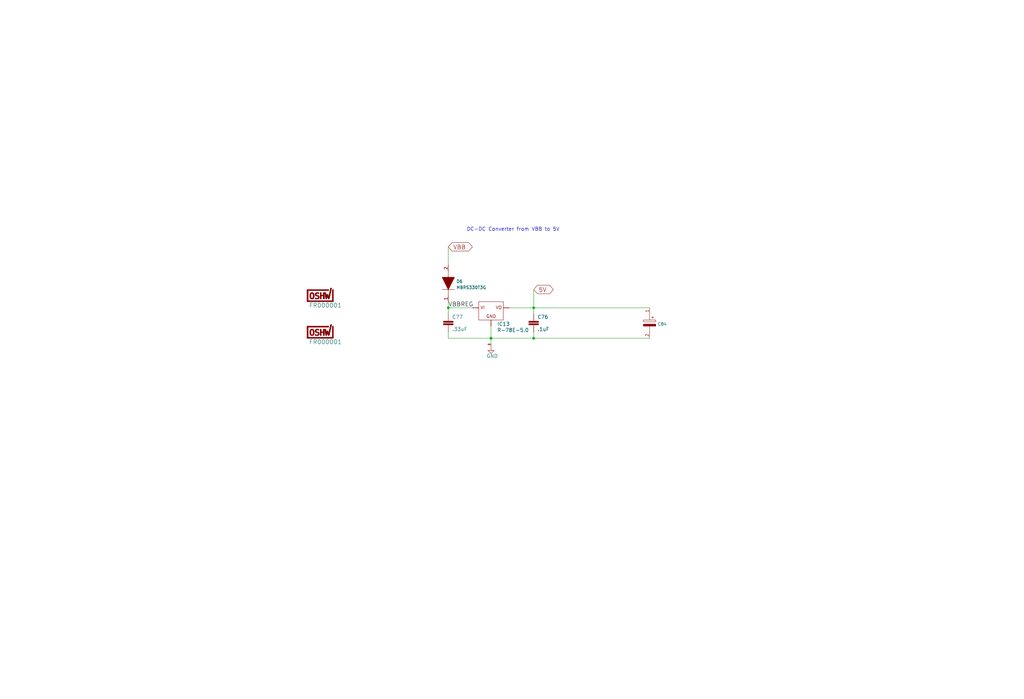
<source format=kicad_sch>
(kicad_sch (version 20211123) (generator eeschema)
  (paper "User" 426.441 291.414)
  (lib_symbols
    (symbol "SAMAC:EDK107M035A9HAA" (pin_names (offset 0.762))
      (property "Reference" "C" (at 8.89 6.35 0))
      (property "Value" "EDK107M035A9HAA" (at 8.89 3.81 0))
      (symbol "EDK107M035A9HAA_0_0"
        (pin passive line (at 0 0 0) (length 2.54) (name "~") (number "1"))
        (pin passive line (at 12.7 0 180) (length 2.54) (name "~") (number "2"))
      )
    )
    (symbol "SAMAC:MBRS330T3G" (pin_names (offset 0.762))
      (property "Reference" "D" (at 11.43 5.08 0))
      (property "Value" "MBRS330T3G" (at 11.43 2.54 0))
      (symbol "MBRS330T3G_0_0"
        (pin passive line (at 0 0 0) (length 2.54) (name "~") (number "1"))
        (pin passive line (at 15.24 0 180) (length 2.54) (name "~") (number "2"))
      )
    )
    (symbol "smoothieboard-5driver-eagle-import:C-EUC0603" (pin_names (offset 1.016))
      (property "Reference" "C" (at 1.524 0.381 0))
      (property "Value" "C-EUC0603" (at 1.524 -4.699 0))
      (symbol "C-EUC0603_1_0"
        (pin passive line (at 0 2.54 270) (length 2.54) (name "1") (number "1"))
        (pin passive line (at 0 -5.08 90) (length 2.54) (name "2") (number "2"))
      )
    )
    (symbol "smoothieboard-5driver-eagle-import:CERT-MEDIUM" (pin_names (offset 1.016))
      (property "Value" "CERT-MEDIUM" (at -4.699 -2.54 0))
    )
    (symbol "smoothieboard-5driver-eagle-import:CERT-SMALL" (pin_names (offset 1.016))
      (property "Value" "CERT-SMALL" (at -4.699 -2.54 0))
    )
    (symbol "smoothieboard-5driver-eagle-import:GND" (power) (pin_names (offset 1.016))
      (property "Value" "GND" (at -1.905 -3.175 0))
      (symbol "GND_1_0"
        (pin power_in line (at 0 2.54 270) (length 2.54) (name "GND") (number "1"))
      )
    )
    (symbol "smoothieboard-5driver-eagle-import:R-78" (pin_names (offset 1.016))
      (property "Value" "R-78" (at 2.54 -7.62 0))
      (symbol "R-78_1_0"
        (text "GND" (at -2.032 -1.778 0) (effects (font (size 1.2954 1.2954)) (justify left bottom)))
        (text "VI" (at -4.445 1.905 0) (effects (font (size 1.2954 1.2954)) (justify left bottom)))
        (text "VO" (at 1.905 1.905 0) (effects (font (size 1.2954 1.2954)) (justify left bottom)))
        (pin input line (at -7.62 2.54 0) (length 2.54) (name "VI") (number "1"))
        (pin input line (at 0 -5.08 90) (length 2.54) (name "GND") (number "2"))
        (pin bidirectional line (at 7.62 2.54 180) (length 2.54) (name "VO") (number "3"))
      )
    )
  )
  (junction (at 222.25 128.27))
  (junction (at 186.69 128.27))
  (junction (at 222.25 140.97))
  (junction (at 204.47 140.97))
  (wire (pts (xy 204.47 143.51) (xy 204.47 140.97)))
  (wire (pts (xy 222.25 140.97) (xy 222.25 138.43)))
  (wire (pts (xy 196.85 128.27) (xy 186.69 128.27)))
  (wire (pts (xy 186.69 128.27) (xy 186.69 125.73)))
  (wire (pts (xy 186.69 102.87) (xy 186.69 110.49)))
  (wire (pts (xy 204.47 140.97) (xy 186.69 140.97)))
  (wire (pts (xy 204.47 140.97) (xy 222.25 140.97)))
  (wire (pts (xy 222.25 128.27) (xy 222.25 120.65)))
  (wire (pts (xy 204.47 140.97) (xy 204.47 135.89)))
  (wire (pts (xy 222.25 140.97) (xy 270.51 140.97)))
  (wire (pts (xy 212.09 128.27) (xy 222.25 128.27)))
  (wire (pts (xy 186.69 130.81) (xy 186.69 128.27)))
  (wire (pts (xy 186.69 140.97) (xy 186.69 138.43)))
  (wire (pts (xy 222.25 128.27) (xy 270.51 128.27)))
  (wire (pts (xy 222.25 130.81) (xy 222.25 128.27)))
  (text "DC-DC Converter from VBB to 5V" (at 194.31 96.52 0) (effects (font (size 1.4986 1.4986)) (justify left bottom)))
  (label "VBBREG" (at 186.69 128.27 0) (effects (font (size 1.778 1.778))))
  (global_label "GND" (shape bidirectional) (at 204.47 143.51 180) (effects (font (size 0.254 0.254))) (property "Intersheet References" "${INTERSHEET_REFS}" (effects hide)))
  (global_label "VBB" (shape bidirectional) (at 186.69 102.87 0) (effects (font (size 1.778 1.778))) (property "Intersheet References" "${INTERSHEET_REFS}" (effects hide)))
  (global_label "5V" (shape bidirectional) (at 222.25 120.65 0) (effects (font (size 1.778 1.778))) (property "Intersheet References" "${INTERSHEET_REFS}" (effects hide)))
  (symbol (lib_id "smoothieboard-5driver-eagle-import:CERT-MEDIUM") (at 133.35 140.97 0) (unit 1)
    (property "Reference" "U$104" (effects hide))
    (property "Value" "FR000001" (at 128.651 143.51 0) (effects (font (size 1.778 1.778)) (justify left bottom)))
    (property "Footprint" "smoothieboard-5driver:CERT-MED-SILK" (effects hide))
  )
  (symbol (lib_id "smoothieboard-5driver-eagle-import:GND") (at 204.47 146.05 0) (unit 1)
    (property "Reference" "#SUPPLY0162" (effects hide))
    (property "Value" "GND" (at 202.565 149.225 0) (effects (font (size 1.4986 1.4986)) (justify left bottom)))
  )
  (symbol (lib_id "smoothieboard-5driver-eagle-import:R-78") (at 204.47 130.81 0) (unit 1)
    (property "Reference" "IC13" (at 207.01 135.89 0) (effects (font (size 1.4986 1.4986)) (justify left bottom)))
    (property "Value" "R-78E-5.0" (at 207.01 138.43 0) (effects (font (size 1.4986 1.4986)) (justify left bottom)))
    (property "Footprint" "smoothieboard-5driver:R-78" (effects hide))
  )
  (symbol (lib_id "smoothieboard-5driver-eagle-import:C-EUC0603") (at 186.69 133.35 0) (unit 1)
    (property "Reference" "C77" (at 188.214 132.969 0) (effects (font (size 1.4986 1.4986)) (justify left bottom)))
    (property "Value" ".33uF" (at 188.214 138.049 0) (effects (font (size 1.4986 1.4986)) (justify left bottom)))
    (property "Footprint" "smoothieboard-5driver:C0603" (effects hide))
  )
  (symbol (lib_id "smoothieboard-5driver-eagle-import:C-EUC0603") (at 222.25 133.35 0) (unit 1)
    (property "Reference" "C76" (at 223.774 132.969 0) (effects (font (size 1.4986 1.4986)) (justify left bottom)))
    (property "Value" ".1uF" (at 223.774 138.049 0) (effects (font (size 1.4986 1.4986)) (justify left bottom)))
    (property "Footprint" "smoothieboard-5driver:C0603" (effects hide))
  )
  (symbol (lib_id "smoothieboard-5driver-eagle-import:CERT-SMALL") (at 133.35 125.73 0) (unit 1)
    (property "Reference" "U$103" (effects hide))
    (property "Value" "FR000001" (at 128.651 128.27 0) (effects (font (size 1.778 1.778)) (justify left bottom)))
    (property "Footprint" "smoothieboard-5driver:CERT-SMALL-SILK" (effects hide))
  )
  (symbol (lib_id "SAMAC:EDK107M035A9HAA") (at 270.51 128.27 270) (unit 1)
    (property "Reference" "C84" (at 273.812 135.0538 90) (effects (justify left)))
    (property "Value" "EDK107M035A9HAA" (effects hide))
    (property "Footprint" "SAMAC:CAPAE660X800N" (effects hide))
    (property "Datasheet" "https://www.kemet.com/specsheet/EDK107M035A9HAA" (effects hide))
    (property "Description" "Aluminum Electrolytic Capacitors - SMD 35V 100uF 20%" (effects hide))
    (property "Height" "8" (effects hide))
    (property "Mouser Part Number" "80-EDK107M035A9HAA" (effects hide))
    (property "Mouser Price/Stock" "https://www.mouser.co.uk/ProductDetail/KEMET/EDK107M035A9HAA?qs=T9vdlufmP8wEbPdGrLfbyw%3D%3D" (effects hide))
    (property "Manufacturer_Name" "KEMET" (effects hide))
    (property "Manufacturer_Part_Number" "EDK107M035A9HAA" (effects hide))
  )
  (symbol (lib_id "SAMAC:MBRS330T3G") (at 186.69 125.73 90) (unit 1)
    (property "Reference" "D6" (at 189.992 117.2753 90) (effects (justify right)))
    (property "Value" "MBRS330T3G" (at 189.992 119.8122 90) (effects (justify right)))
    (property "Footprint" "SAMAC:DIOM7958X256N" (effects hide))
    (property "Datasheet" "http://www.onsemi.com/pub/Collateral/MBRS340T3-D.PDF" (effects hide))
    (property "Height" "2.56" (effects hide))
    (property "Mouser Part Number" "863-MBRS330T3G" (effects hide))
    (property "Mouser Price/Stock" "https://www.mouser.co.uk/ProductDetail/onsemi/MBRS330T3G?qs=3JMERSakebqQvNYO1akzWA%3D%3D" (effects hide))
    (property "Manufacturer_Name" "onsemi" (effects hide))
    (property "Manufacturer_Part_Number" "MBRS330T3G" (effects hide))
  )
)
</source>
